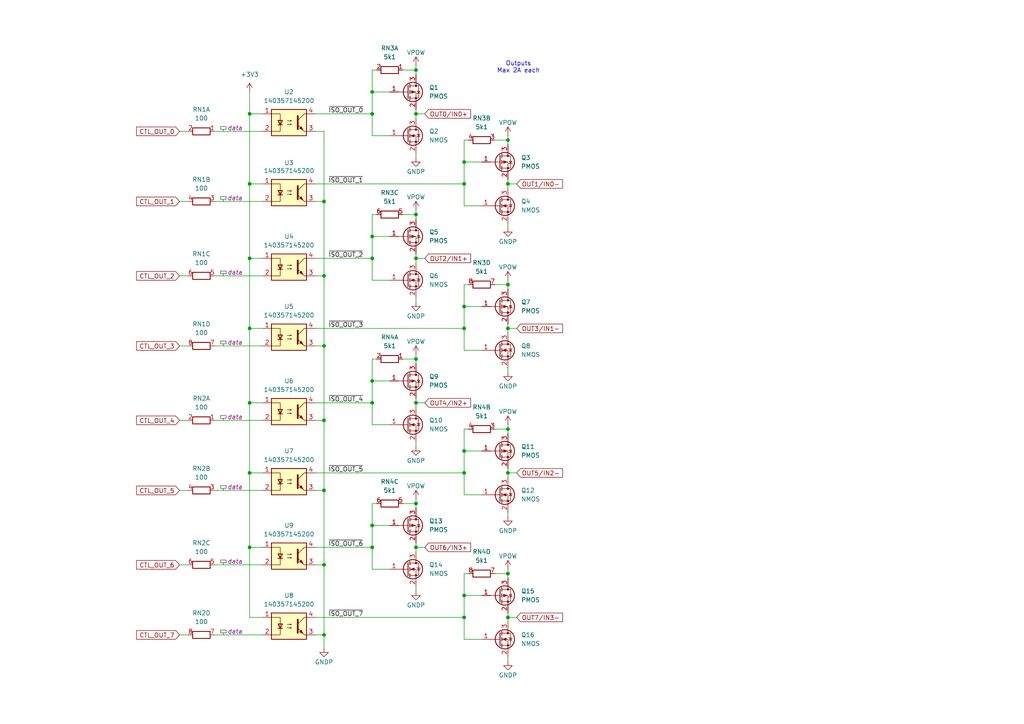
<source format=kicad_sch>
(kicad_sch (version 20231120) (generator "eeschema") (generator_version "8.0")
  (paper "A4")
  (lib_symbols
    (symbol "Device:Q_NMOS_GSD" (pin_names (offset 0) hide)
      (property "Reference" "Q" (at 5.08 1.27 0))
      (property "Value" "Q_NMOS_GSD" (at 5.08 -1.27 0))
      (symbol "Q_NMOS_GSD_0_1"
        (polyline (pts (xy 0.254 0) (xy -2.54 0)))
        (polyline (pts (xy 0.254 1.905) (xy 0.254 -1.905)) (stroke (width 0.254)))
        (polyline (pts (xy 0.762 -1.27) (xy 0.762 -2.286)) (stroke (width 0.254)))
        (polyline (pts (xy 0.762 0.508) (xy 0.762 -0.508)) (stroke (width 0.254)))
        (polyline (pts (xy 0.762 2.286) (xy 0.762 1.27)) (stroke (width 0.254)))
        (polyline (pts (xy 2.54 2.54) (xy 2.54 1.778)))
        (polyline (pts (xy 2.54 -2.54) (xy 2.54 0) (xy 0.762 0)))
        (polyline (pts (xy 0.762 -1.778) (xy 3.302 -1.778) (xy 3.302 1.778) (xy 0.762 1.778)))
        (polyline (pts (xy 1.016 0) (xy 2.032 0.381) (xy 2.032 -0.381) (xy 1.016 0)) (fill (type outline)))
        (polyline (pts (xy 2.794 0.508) (xy 2.921 0.381) (xy 3.683 0.381) (xy 3.81 0.254)))
        (polyline (pts (xy 3.302 0.381) (xy 2.921 -0.254) (xy 3.683 -0.254) (xy 3.302 0.381)))
        (circle (center 1.651 0) (radius 2.794) (stroke (width 0.254)))
        (circle (center 2.54 -1.778) (radius 0.254) (fill (type outline)))
        (circle (center 2.54 1.778) (radius 0.254) (fill (type outline)))
      )
      (symbol "Q_NMOS_GSD_1_1"
        (pin input line (at -5.08 0 0) (length 2.54) (name "G") (number "1"))
        (pin passive line (at 2.54 -5.08 90) (length 2.54) (name "S") (number "2"))
        (pin passive line (at 2.54 5.08 270) (length 2.54) (name "D") (number "3"))
      )
    )
    (symbol "Device:Q_PMOS_GSD" (pin_names (offset 0) hide)
      (property "Reference" "Q" (at 5.08 1.27 0))
      (property "Value" "Q_PMOS_GSD" (at 5.08 -1.27 0))
      (symbol "Q_PMOS_GSD_0_1"
        (polyline (pts (xy 0.254 0) (xy -2.54 0)))
        (polyline (pts (xy 0.254 1.905) (xy 0.254 -1.905)) (stroke (width 0.254)))
        (polyline (pts (xy 0.762 -1.27) (xy 0.762 -2.286)) (stroke (width 0.254)))
        (polyline (pts (xy 0.762 0.508) (xy 0.762 -0.508)) (stroke (width 0.254)))
        (polyline (pts (xy 0.762 2.286) (xy 0.762 1.27)) (stroke (width 0.254)))
        (polyline (pts (xy 2.54 2.54) (xy 2.54 1.778)))
        (polyline (pts (xy 2.54 -2.54) (xy 2.54 0) (xy 0.762 0)))
        (polyline (pts (xy 0.762 1.778) (xy 3.302 1.778) (xy 3.302 -1.778) (xy 0.762 -1.778)))
        (polyline (pts (xy 2.286 0) (xy 1.27 0.381) (xy 1.27 -0.381) (xy 2.286 0)) (fill (type outline)))
        (polyline (pts (xy 2.794 -0.508) (xy 2.921 -0.381) (xy 3.683 -0.381) (xy 3.81 -0.254)))
        (polyline (pts (xy 3.302 -0.381) (xy 2.921 0.254) (xy 3.683 0.254) (xy 3.302 -0.381)))
        (circle (center 1.651 0) (radius 2.794) (stroke (width 0.254)))
        (circle (center 2.54 -1.778) (radius 0.254) (fill (type outline)))
        (circle (center 2.54 1.778) (radius 0.254) (fill (type outline)))
      )
      (symbol "Q_PMOS_GSD_1_1"
        (pin input line (at -5.08 0 0) (length 2.54) (name "G") (number "1"))
        (pin passive line (at 2.54 -5.08 90) (length 2.54) (name "S") (number "2"))
        (pin passive line (at 2.54 5.08 270) (length 2.54) (name "D") (number "3"))
      )
    )
    (symbol "Device:R_Pack04_SIP_Split" (pin_names (offset 0) hide)
      (property "Reference" "RN" (at 2.032 0 90))
      (property "Value" "R_Pack04_SIP_Split" (at 0 0 90))
      (symbol "R_Pack04_SIP_Split_0_1"
        (rectangle (start 1.016 2.54) (end -1.016 -2.54) (stroke (width 0.254)))
      )
      (symbol "R_Pack04_SIP_Split_1_1"
        (pin passive line (at 0 -3.81 90) (length 1.27) (name "R1.1") (number "1"))
        (pin passive line (at 0 3.81 270) (length 1.27) (name "R1.2") (number "2"))
      )
      (symbol "R_Pack04_SIP_Split_2_1"
        (pin passive line (at 0 -3.81 90) (length 1.27) (name "R2.1") (number "3"))
        (pin passive line (at 0 3.81 270) (length 1.27) (name "R2.2") (number "4"))
      )
      (symbol "R_Pack04_SIP_Split_3_1"
        (pin passive line (at 0 -3.81 90) (length 1.27) (name "R3.1") (number "5"))
        (pin passive line (at 0 3.81 270) (length 1.27) (name "R3.2") (number "6"))
      )
      (symbol "R_Pack04_SIP_Split_4_1"
        (pin passive line (at 0 -3.81 90) (length 1.27) (name "R4.1") (number "7"))
        (pin passive line (at 0 3.81 270) (length 1.27) (name "R4.2") (number "8"))
      )
    )
    (symbol "Isolator:LTV-356T" (pin_names (offset 1.016))
      (property "Reference" "U" (at -5.334 4.826 0))
      (property "Value" "LTV-356T" (at 0 5.08 0))
      (symbol "LTV-356T_0_1"
        (rectangle (start -5.08 3.81) (end 5.08 -3.81) (stroke (width 0.254)) (fill (type background)))
        (polyline (pts (xy -3.175 -0.635) (xy -1.905 -0.635)) (stroke (width 0.254)))
        (polyline (pts (xy 2.54 0.635) (xy 4.445 2.54)))
        (polyline (pts (xy 4.445 -2.54) (xy 2.54 -0.635)) (fill (type outline)))
        (polyline (pts (xy 4.445 -2.54) (xy 5.08 -2.54)))
        (polyline (pts (xy 4.445 2.54) (xy 5.08 2.54)))
        (polyline (pts (xy -5.08 2.54) (xy -2.54 2.54) (xy -2.54 -0.762)))
        (polyline (pts (xy -2.54 -0.635) (xy -2.54 -2.54) (xy -5.08 -2.54)))
        (polyline (pts (xy 2.54 1.905) (xy 2.54 -1.905) (xy 2.54 -1.905)) (stroke (width 0.508)))
        (polyline (pts (xy -2.54 -0.635) (xy -3.175 0.635) (xy -1.905 0.635) (xy -2.54 -0.635)) (stroke (width 0.254)))
        (polyline (pts (xy -0.508 -0.508) (xy 0.762 -0.508) (xy 0.381 -0.635) (xy 0.381 -0.381) (xy 0.762 -0.508)))
        (polyline (pts (xy -0.508 0.508) (xy 0.762 0.508) (xy 0.381 0.381) (xy 0.381 0.635) (xy 0.762 0.508)))
        (polyline (pts (xy 3.048 -1.651) (xy 3.556 -1.143) (xy 4.064 -2.159) (xy 3.048 -1.651) (xy 3.048 -1.651)) (fill (type outline)))
      )
      (symbol "LTV-356T_1_1"
        (pin passive line (at -7.62 2.54 0) (length 2.54) (name "~") (number "1"))
        (pin passive line (at -7.62 -2.54 0) (length 2.54) (name "~") (number "2"))
        (pin passive line (at 7.62 -2.54 180) (length 2.54) (name "~") (number "3"))
        (pin passive line (at 7.62 2.54 180) (length 2.54) (name "~") (number "4"))
      )
    )
    (symbol "power:+3V3" (power) (pin_names (offset 0))
      (property "Value" "+3V3" (at 0 3.556 0))
      (symbol "+3V3_0_1"
        (polyline (pts (xy -0.762 1.27) (xy 0 2.54)))
        (polyline (pts (xy 0 0) (xy 0 2.54)))
        (polyline (pts (xy 0 2.54) (xy 0.762 1.27)))
      )
      (symbol "+3V3_1_1"
        (pin power_in line (at 0 0 90) (length 0) hide (name "+3V3") (number "1"))
      )
    )
    (symbol "power:GND" (power) (pin_names (offset 0))
      (property "Value" "GND" (at 0 -3.81 0))
      (symbol "GND_0_1"
        (polyline (pts (xy 0 0) (xy 0 -1.27) (xy 1.27 -1.27) (xy 0 -2.54) (xy -1.27 -1.27) (xy 0 -1.27)))
      )
      (symbol "GND_1_1"
        (pin power_in line (at 0 0 270) (length 0) hide (name "GND") (number "1"))
      )
    )
    (symbol "power:VBUS" (power) (pin_names (offset 0))
      (property "Value" "VBUS" (at 0 3.81 0))
      (symbol "VBUS_0_1"
        (polyline (pts (xy -0.762 1.27) (xy 0 2.54)))
        (polyline (pts (xy 0 0) (xy 0 2.54)))
        (polyline (pts (xy 0 2.54) (xy 0.762 1.27)))
      )
      (symbol "VBUS_1_1"
        (pin power_in line (at 0 0 90) (length 0) hide (name "VBUS") (number "1"))
      )
    )
  )
  (junction (at 72.39 95.25))
  (junction (at 134.62 130.81))
  (junction (at 93.98 100.33))
  (junction (at 134.62 88.9))
  (junction (at 72.39 116.84))
  (junction (at 107.95 110.49))
  (junction (at 120.65 158.75))
  (junction (at 134.62 95.25))
  (junction (at 93.98 80.01))
  (junction (at 107.95 158.75))
  (junction (at 147.32 53.34))
  (junction (at 134.62 172.72))
  (junction (at 107.95 74.93))
  (junction (at 120.65 116.84))
  (junction (at 72.39 53.34))
  (junction (at 120.65 62.23))
  (junction (at 120.65 20.32))
  (junction (at 120.65 33.02))
  (junction (at 120.65 74.93))
  (junction (at 147.32 95.25))
  (junction (at 107.95 33.02))
  (junction (at 134.62 53.34))
  (junction (at 107.95 26.67))
  (junction (at 147.32 137.16))
  (junction (at 72.39 74.93))
  (junction (at 120.65 104.14))
  (junction (at 147.32 124.46))
  (junction (at 93.98 184.15))
  (junction (at 120.65 146.05))
  (junction (at 72.39 33.02))
  (junction (at 134.62 46.99))
  (junction (at 147.32 179.07))
  (junction (at 147.32 40.64))
  (junction (at 107.95 68.58))
  (junction (at 72.39 137.16))
  (junction (at 134.62 137.16))
  (junction (at 93.98 121.92))
  (junction (at 72.39 158.75))
  (junction (at 93.98 163.83))
  (junction (at 147.32 166.37))
  (junction (at 107.95 116.84))
  (junction (at 93.98 58.42))
  (junction (at 93.98 142.24))
  (junction (at 147.32 82.55))
  (junction (at 107.95 152.4))
  (junction (at 134.62 179.07))
  (wire (pts (xy 107.95 146.05) (xy 107.95 152.4)))
  (wire (pts (xy 76.2 95.25) (xy 72.39 95.25)))
  (wire (pts (xy 143.51 82.55) (xy 147.32 82.55)))
  (wire (pts (xy 134.62 130.81) (xy 134.62 137.16)))
  (wire (pts (xy 107.95 152.4) (xy 107.95 158.75)))
  (wire (pts (xy 52.07 142.24) (xy 54.61 142.24)))
  (wire (pts (xy 91.44 38.1) (xy 93.98 38.1)))
  (wire (pts (xy 134.62 143.51) (xy 139.7 143.51)))
  (wire (pts (xy 147.32 40.64) (xy 147.32 41.91)))
  (wire (pts (xy 120.65 128.27) (xy 120.65 129.54)))
  (wire (pts (xy 76.2 137.16) (xy 72.39 137.16)))
  (wire (pts (xy 52.07 38.1) (xy 54.61 38.1)))
  (wire (pts (xy 120.65 86.36) (xy 120.65 87.63)))
  (wire (pts (xy 72.39 74.93) (xy 72.39 95.25)))
  (wire (pts (xy 107.95 62.23) (xy 107.95 68.58)))
  (wire (pts (xy 91.44 137.16) (xy 134.62 137.16)))
  (wire (pts (xy 134.62 137.16) (xy 134.62 143.51)))
  (wire (pts (xy 120.65 33.02) (xy 120.65 34.29)))
  (wire (pts (xy 93.98 58.42) (xy 93.98 80.01)))
  (wire (pts (xy 120.65 146.05) (xy 120.65 147.32)))
  (wire (pts (xy 72.39 33.02) (xy 72.39 53.34)))
  (wire (pts (xy 134.62 40.64) (xy 134.62 46.99)))
  (wire (pts (xy 120.65 157.48) (xy 120.65 158.75)))
  (wire (pts (xy 107.95 110.49) (xy 113.03 110.49)))
  (wire (pts (xy 147.32 93.98) (xy 147.32 95.25)))
  (wire (pts (xy 107.95 146.05) (xy 109.22 146.05)))
  (wire (pts (xy 107.95 39.37) (xy 113.03 39.37)))
  (wire (pts (xy 91.44 74.93) (xy 107.95 74.93)))
  (wire (pts (xy 120.65 44.45) (xy 120.65 45.72)))
  (wire (pts (xy 123.19 158.75) (xy 120.65 158.75)))
  (wire (pts (xy 107.95 20.32) (xy 109.22 20.32)))
  (wire (pts (xy 134.62 53.34) (xy 134.62 59.69)))
  (wire (pts (xy 116.84 146.05) (xy 120.65 146.05)))
  (wire (pts (xy 93.98 80.01) (xy 91.44 80.01)))
  (wire (pts (xy 147.32 190.5) (xy 147.32 191.77)))
  (wire (pts (xy 134.62 59.69) (xy 139.7 59.69)))
  (wire (pts (xy 72.39 116.84) (xy 72.39 137.16)))
  (wire (pts (xy 76.2 100.33) (xy 62.23 100.33)))
  (wire (pts (xy 93.98 163.83) (xy 93.98 184.15)))
  (wire (pts (xy 72.39 137.16) (xy 72.39 158.75)))
  (wire (pts (xy 147.32 177.8) (xy 147.32 179.07)))
  (wire (pts (xy 107.95 33.02) (xy 107.95 39.37)))
  (wire (pts (xy 93.98 142.24) (xy 93.98 163.83)))
  (wire (pts (xy 72.39 95.25) (xy 72.39 116.84)))
  (wire (pts (xy 147.32 52.07) (xy 147.32 53.34)))
  (wire (pts (xy 147.32 53.34) (xy 147.32 54.61)))
  (wire (pts (xy 91.44 179.07) (xy 134.62 179.07)))
  (wire (pts (xy 52.07 58.42) (xy 54.61 58.42)))
  (wire (pts (xy 107.95 165.1) (xy 113.03 165.1)))
  (wire (pts (xy 134.62 130.81) (xy 139.7 130.81)))
  (wire (pts (xy 134.62 179.07) (xy 134.62 185.42)))
  (wire (pts (xy 120.65 158.75) (xy 120.65 160.02)))
  (wire (pts (xy 107.95 158.75) (xy 107.95 165.1)))
  (wire (pts (xy 107.95 110.49) (xy 107.95 116.84)))
  (wire (pts (xy 120.65 19.05) (xy 120.65 20.32)))
  (wire (pts (xy 76.2 116.84) (xy 72.39 116.84)))
  (wire (pts (xy 123.19 116.84) (xy 120.65 116.84)))
  (wire (pts (xy 134.62 172.72) (xy 134.62 179.07)))
  (wire (pts (xy 120.65 144.78) (xy 120.65 146.05)))
  (wire (pts (xy 107.95 104.14) (xy 107.95 110.49)))
  (wire (pts (xy 134.62 172.72) (xy 139.7 172.72)))
  (wire (pts (xy 52.07 80.01) (xy 54.61 80.01)))
  (wire (pts (xy 147.32 166.37) (xy 147.32 167.64)))
  (wire (pts (xy 93.98 100.33) (xy 91.44 100.33)))
  (wire (pts (xy 134.62 101.6) (xy 139.7 101.6)))
  (wire (pts (xy 107.95 81.28) (xy 113.03 81.28)))
  (wire (pts (xy 76.2 33.02) (xy 72.39 33.02)))
  (wire (pts (xy 91.44 158.75) (xy 107.95 158.75)))
  (wire (pts (xy 93.98 121.92) (xy 93.98 142.24)))
  (wire (pts (xy 147.32 135.89) (xy 147.32 137.16)))
  (wire (pts (xy 134.62 124.46) (xy 135.89 124.46)))
  (wire (pts (xy 93.98 80.01) (xy 93.98 100.33)))
  (wire (pts (xy 147.32 64.77) (xy 147.32 66.04)))
  (wire (pts (xy 76.2 184.15) (xy 62.23 184.15)))
  (wire (pts (xy 149.86 137.16) (xy 147.32 137.16)))
  (wire (pts (xy 134.62 166.37) (xy 134.62 172.72)))
  (wire (pts (xy 134.62 166.37) (xy 135.89 166.37)))
  (wire (pts (xy 76.2 179.07) (xy 72.39 179.07)))
  (wire (pts (xy 120.65 62.23) (xy 120.65 63.5)))
  (wire (pts (xy 72.39 26.67) (xy 72.39 33.02)))
  (wire (pts (xy 134.62 40.64) (xy 135.89 40.64)))
  (wire (pts (xy 147.32 148.59) (xy 147.32 149.86)))
  (wire (pts (xy 120.65 31.75) (xy 120.65 33.02)))
  (wire (pts (xy 120.65 115.57) (xy 120.65 116.84)))
  (wire (pts (xy 91.44 33.02) (xy 107.95 33.02)))
  (wire (pts (xy 143.51 166.37) (xy 147.32 166.37)))
  (wire (pts (xy 120.65 73.66) (xy 120.65 74.93)))
  (wire (pts (xy 147.32 179.07) (xy 147.32 180.34)))
  (wire (pts (xy 147.32 124.46) (xy 147.32 125.73)))
  (wire (pts (xy 147.32 81.28) (xy 147.32 82.55)))
  (wire (pts (xy 93.98 184.15) (xy 91.44 184.15)))
  (wire (pts (xy 91.44 95.25) (xy 134.62 95.25)))
  (wire (pts (xy 147.32 95.25) (xy 147.32 96.52)))
  (wire (pts (xy 107.95 26.67) (xy 113.03 26.67)))
  (wire (pts (xy 134.62 88.9) (xy 134.62 95.25)))
  (wire (pts (xy 120.65 74.93) (xy 120.65 76.2)))
  (wire (pts (xy 76.2 142.24) (xy 62.23 142.24)))
  (wire (pts (xy 107.95 68.58) (xy 113.03 68.58)))
  (wire (pts (xy 120.65 170.18) (xy 120.65 171.45)))
  (wire (pts (xy 93.98 184.15) (xy 93.98 187.96)))
  (wire (pts (xy 147.32 106.68) (xy 147.32 107.95)))
  (wire (pts (xy 116.84 62.23) (xy 120.65 62.23)))
  (wire (pts (xy 107.95 26.67) (xy 107.95 33.02)))
  (wire (pts (xy 76.2 53.34) (xy 72.39 53.34)))
  (wire (pts (xy 107.95 116.84) (xy 107.95 123.19)))
  (wire (pts (xy 123.19 74.93) (xy 120.65 74.93)))
  (wire (pts (xy 72.39 158.75) (xy 72.39 179.07)))
  (wire (pts (xy 134.62 88.9) (xy 139.7 88.9)))
  (wire (pts (xy 76.2 80.01) (xy 62.23 80.01)))
  (wire (pts (xy 123.19 33.02) (xy 120.65 33.02)))
  (wire (pts (xy 143.51 124.46) (xy 147.32 124.46)))
  (wire (pts (xy 52.07 121.92) (xy 54.61 121.92)))
  (wire (pts (xy 76.2 74.93) (xy 72.39 74.93)))
  (wire (pts (xy 93.98 38.1) (xy 93.98 58.42)))
  (wire (pts (xy 107.95 123.19) (xy 113.03 123.19)))
  (wire (pts (xy 76.2 158.75) (xy 72.39 158.75)))
  (wire (pts (xy 72.39 53.34) (xy 72.39 74.93)))
  (wire (pts (xy 107.95 68.58) (xy 107.95 74.93)))
  (wire (pts (xy 93.98 100.33) (xy 93.98 121.92)))
  (wire (pts (xy 52.07 184.15) (xy 54.61 184.15)))
  (wire (pts (xy 116.84 104.14) (xy 120.65 104.14)))
  (wire (pts (xy 107.95 62.23) (xy 109.22 62.23)))
  (wire (pts (xy 147.32 82.55) (xy 147.32 83.82)))
  (wire (pts (xy 52.07 163.83) (xy 54.61 163.83)))
  (wire (pts (xy 149.86 95.25) (xy 147.32 95.25)))
  (wire (pts (xy 107.95 152.4) (xy 113.03 152.4)))
  (wire (pts (xy 120.65 102.87) (xy 120.65 104.14)))
  (wire (pts (xy 76.2 121.92) (xy 62.23 121.92)))
  (wire (pts (xy 149.86 53.34) (xy 147.32 53.34)))
  (wire (pts (xy 134.62 82.55) (xy 134.62 88.9)))
  (wire (pts (xy 91.44 53.34) (xy 134.62 53.34)))
  (wire (pts (xy 134.62 185.42) (xy 139.7 185.42)))
  (wire (pts (xy 93.98 163.83) (xy 91.44 163.83)))
  (wire (pts (xy 107.95 20.32) (xy 107.95 26.67)))
  (wire (pts (xy 149.86 179.07) (xy 147.32 179.07)))
  (wire (pts (xy 120.65 116.84) (xy 120.65 118.11)))
  (wire (pts (xy 147.32 39.37) (xy 147.32 40.64)))
  (wire (pts (xy 147.32 165.1) (xy 147.32 166.37)))
  (wire (pts (xy 76.2 163.83) (xy 62.23 163.83)))
  (wire (pts (xy 120.65 60.96) (xy 120.65 62.23)))
  (wire (pts (xy 134.62 46.99) (xy 134.62 53.34)))
  (wire (pts (xy 91.44 116.84) (xy 107.95 116.84)))
  (wire (pts (xy 134.62 82.55) (xy 135.89 82.55)))
  (wire (pts (xy 134.62 124.46) (xy 134.62 130.81)))
  (wire (pts (xy 143.51 40.64) (xy 147.32 40.64)))
  (wire (pts (xy 76.2 38.1) (xy 62.23 38.1)))
  (wire (pts (xy 120.65 20.32) (xy 120.65 21.59)))
  (wire (pts (xy 76.2 58.42) (xy 62.23 58.42)))
  (wire (pts (xy 134.62 46.99) (xy 139.7 46.99)))
  (wire (pts (xy 147.32 137.16) (xy 147.32 138.43)))
  (wire (pts (xy 93.98 142.24) (xy 91.44 142.24)))
  (wire (pts (xy 52.07 100.33) (xy 54.61 100.33)))
  (wire (pts (xy 93.98 58.42) (xy 91.44 58.42)))
  (wire (pts (xy 134.62 95.25) (xy 134.62 101.6)))
  (wire (pts (xy 107.95 74.93) (xy 107.95 81.28)))
  (wire (pts (xy 107.95 104.14) (xy 109.22 104.14)))
  (wire (pts (xy 120.65 104.14) (xy 120.65 105.41)))
  (wire (pts (xy 93.98 121.92) (xy 91.44 121.92)))
  (wire (pts (xy 116.84 20.32) (xy 120.65 20.32)))
  (wire (pts (xy 147.32 123.19) (xy 147.32 124.46)))
  (text "Outputs\nMax 2A each" (at 150.368 19.558 0) (effects (font (size 1.27 1.27))))
  (label "~{ISO_OUT_5}" (at 95.25 137.16 0))
  (label "~{ISO_OUT_1}" (at 95.25 53.34 0))
  (label "~{ISO_OUT_7}" (at 95.25 179.07 0))
  (label "~{ISO_OUT_2}" (at 95.25 74.93 0))
  (label "~{ISO_OUT_6}" (at 95.25 158.75 0))
  (label "~{ISO_OUT_0}" (at 95.25 33.02 0))
  (label "~{ISO_OUT_4}" (at 95.25 116.84 0))
  (label "~{ISO_OUT_3}" (at 95.25 95.25 0))
  (global_label "CTL_OUT_4" (shape input) (at 52.07 121.92 180) (property "Intersheetrefs" "${INTERSHEET_REFS}" (effects (hide yes))))
  (global_label "CTL_OUT_0" (shape input) (at 52.07 38.1 180) (property "Intersheetrefs" "${INTERSHEET_REFS}" (effects (hide yes))))
  (global_label "OUT5{slash}IN2-" (shape input) (at 149.86 137.16 0) (property "Intersheetrefs" "${INTERSHEET_REFS}" (effects (hide yes))))
  (global_label "CTL_OUT_6" (shape input) (at 52.07 163.83 180) (property "Intersheetrefs" "${INTERSHEET_REFS}" (effects (hide yes))))
  (global_label "OUT0{slash}IN0+" (shape input) (at 123.19 33.02 0) (property "Intersheetrefs" "${INTERSHEET_REFS}" (effects (hide yes))))
  (global_label "CTL_OUT_1" (shape input) (at 52.07 58.42 180) (property "Intersheetrefs" "${INTERSHEET_REFS}" (effects (hide yes))))
  (global_label "CTL_OUT_2" (shape input) (at 52.07 80.01 180) (property "Intersheetrefs" "${INTERSHEET_REFS}" (effects (hide yes))))
  (global_label "CTL_OUT_7" (shape input) (at 52.07 184.15 180) (property "Intersheetrefs" "${INTERSHEET_REFS}" (effects (hide yes))))
  (global_label "OUT2{slash}IN1+" (shape input) (at 123.19 74.93 0) (property "Intersheetrefs" "${INTERSHEET_REFS}" (effects (hide yes))))
  (global_label "OUT6{slash}IN3+" (shape input) (at 123.19 158.75 0) (property "Intersheetrefs" "${INTERSHEET_REFS}" (effects (hide yes))))
  (global_label "OUT1{slash}IN0-" (shape input) (at 149.86 53.34 0) (property "Intersheetrefs" "${INTERSHEET_REFS}" (effects (hide yes))))
  (global_label "CTL_OUT_3" (shape input) (at 52.07 100.33 180) (property "Intersheetrefs" "${INTERSHEET_REFS}" (effects (hide yes))))
  (global_label "OUT3{slash}IN1-" (shape input) (at 149.86 95.25 0) (property "Intersheetrefs" "${INTERSHEET_REFS}" (effects (hide yes))))
  (global_label "CTL_OUT_5" (shape input) (at 52.07 142.24 180) (property "Intersheetrefs" "${INTERSHEET_REFS}" (effects (hide yes))))
  (global_label "OUT7{slash}IN3-" (shape input) (at 149.86 179.07 0) (property "Intersheetrefs" "${INTERSHEET_REFS}" (effects (hide yes))))
  (global_label "OUT4{slash}IN2+" (shape input) (at 123.19 116.84 0) (property "Intersheetrefs" "${INTERSHEET_REFS}" (effects (hide yes))))
  (netclass_flag "" (length 1) (shape rectangle) (at 64.77 121.92 0) (property "Netclass" "data" (at 65.9765 120.92 0) (effects (font (italic yes)) (justify left))))
  (netclass_flag "" (length 1) (shape rectangle) (at 64.77 100.33 0) (property "Netclass" "data" (at 65.9765 99.33 0) (effects (font (italic yes)) (justify left))))
  (netclass_flag "" (length 1) (shape rectangle) (at 64.77 142.24 0) (property "Netclass" "data" (at 65.9765 141.24 0) (effects (font (italic yes)) (justify left))))
  (netclass_flag "" (length 1) (shape rectangle) (at 64.77 58.42 0) (property "Netclass" "data" (at 65.9765 57.42 0) (effects (font (italic yes)) (justify left))))
  (netclass_flag "" (length 1) (shape rectangle) (at 64.77 163.83 0) (property "Netclass" "data" (at 65.9765 162.83 0) (effects (font (italic yes)) (justify left))))
  (netclass_flag "" (length 1) (shape rectangle) (at 64.77 80.01 0) (property "Netclass" "data" (at 65.9765 79.01 0) (effects (font (italic yes)) (justify left))))
  (netclass_flag "" (length 1) (shape rectangle) (at 64.77 38.1 0) (property "Netclass" "data" (at 65.9765 37.1 0) (effects (font (italic yes)) (justify left))))
  (netclass_flag "" (length 1) (shape rectangle) (at 64.77 184.15 0) (property "Netclass" "data" (at 65.9765 183.15 0) (effects (font (italic yes)) (justify left))))
  (symbol (lib_id "Device:R_Pack04_SIP_Split") (at 58.42 142.24 90) (unit 2)
    (property "Reference" "RN2" (at 58.42 135.89 90))
    (property "Value" "100" (at 58.42 138.43 90))
    (property "Footprint" "Resistor_SMD:R_Array_Convex_4x0603" (effects (hide yes)))
    (property "Datasheet" "http://www.vishay.com/docs/31509/csc.pdf" (effects (hide yes)))
    (property "Description" "4 resistor network, parallel topology, SIP package, split" (effects (hide yes)))
    (property "DPN" "CAY16-101J4LF" (effects (hide yes)))
    (property "MPN" "CAY16-101J4LFCT-ND" (effects (hide yes)))
  )
  (symbol (lib_id "power:VBUS") (at 120.65 102.87 0) (mirror y) (unit 1)
    (property "Reference" "#PWR018" (effects (hide yes)))
    (property "Value" "VPOW" (at 120.65 99.06 0))
    (property "Description" "Power symbol creates a global label with name \"VBUS\"" (effects (hide yes)))
  )
  (symbol (lib_id "Isolator:LTV-356T") (at 83.82 119.38 0) (unit 1)
    (property "Reference" "U6" (at 83.82 110.49 0))
    (property "Value" "140357145200" (at 83.82 113.03 0))
    (property "Footprint" "Package_SO:SO-4_4.4x3.6mm_P2.54mm" (effects (hide yes)))
    (property "Datasheet" "https://www.we-online.com/components/products/datasheet/140357145200.pdf" (effects (hide yes)))
    (property "DPN" "732-140357145200CT-ND" (effects (hide yes)))
    (property "MPN" "140357145200" (effects (hide yes)))
  )
  (symbol (lib_id "power:+3V3") (at 72.39 26.67 0) (unit 1)
    (property "Reference" "#PWR04" (effects (hide yes)))
    (property "Value" "+3V3" (at 72.39 21.59 0))
    (property "Description" "Power symbol creates a global label with name \"+3V3\"" (effects (hide yes)))
  )
  (symbol (lib_id "Device:R_Pack04_SIP_Split") (at 58.42 163.83 90) (unit 3)
    (property "Reference" "RN2" (at 58.42 157.48 90))
    (property "Value" "100" (at 58.42 160.02 90))
    (property "Footprint" "Resistor_SMD:R_Array_Convex_4x0603" (effects (hide yes)))
    (property "Datasheet" "http://www.vishay.com/docs/31509/csc.pdf" (effects (hide yes)))
    (property "Description" "4 resistor network, parallel topology, SIP package, split" (effects (hide yes)))
    (property "DPN" "CAY16-101J4LF" (effects (hide yes)))
    (property "MPN" "CAY16-101J4LFCT-ND" (effects (hide yes)))
  )
  (symbol (lib_id "power:VBUS") (at 147.32 39.37 0) (mirror y) (unit 1)
    (property "Reference" "#PWR09" (effects (hide yes)))
    (property "Value" "VPOW" (at 147.32 35.56 0))
    (property "Description" "Power symbol creates a global label with name \"VBUS\"" (effects (hide yes)))
  )
  (symbol (lib_id "Device:R_Pack04_SIP_Split") (at 113.03 62.23 90) (unit 3)
    (property "Reference" "RN3" (at 113.03 55.88 90))
    (property "Value" "5k1" (at 113.03 58.42 90))
    (property "Footprint" "Resistor_SMD:R_Array_Convex_4x0603" (effects (hide yes)))
    (property "Datasheet" "http://www.vishay.com/docs/31509/csc.pdf" (effects (hide yes)))
    (property "Description" "4 resistor network, parallel topology, SIP package, split" (effects (hide yes)))
    (property "DPN" "CAY16-512J4LFCT-ND" (effects (hide yes)))
    (property "MPN" "CAY16-512J4LF" (effects (hide yes)))
  )
  (symbol (lib_id "Device:R_Pack04_SIP_Split") (at 113.03 20.32 90) (unit 1)
    (property "Reference" "RN3" (at 113.03 13.97 90))
    (property "Value" "5k1" (at 113.03 16.51 90))
    (property "Footprint" "Resistor_SMD:R_Array_Convex_4x0603" (effects (hide yes)))
    (property "Datasheet" "http://www.vishay.com/docs/31509/csc.pdf" (effects (hide yes)))
    (property "Description" "4 resistor network, parallel topology, SIP package, split" (effects (hide yes)))
    (property "DPN" "CAY16-512J4LFCT-ND" (effects (hide yes)))
    (property "MPN" "CAY16-512J4LF" (effects (hide yes)))
  )
  (symbol (lib_id "Device:R_Pack04_SIP_Split") (at 139.7 124.46 90) (unit 2)
    (property "Reference" "RN4" (at 139.7 118.11 90))
    (property "Value" "5k1" (at 139.7 120.65 90))
    (property "Footprint" "Resistor_SMD:R_Array_Convex_4x0603" (effects (hide yes)))
    (property "Datasheet" "http://www.vishay.com/docs/31509/csc.pdf" (effects (hide yes)))
    (property "Description" "4 resistor network, parallel topology, SIP package, split" (effects (hide yes)))
    (property "DPN" "CAY16-512J4LFCT-ND" (effects (hide yes)))
    (property "MPN" "CAY16-512J4LF" (effects (hide yes)))
  )
  (symbol (lib_id "Device:R_Pack04_SIP_Split") (at 113.03 104.14 90) (unit 1)
    (property "Reference" "RN4" (at 113.03 97.79 90))
    (property "Value" "5k1" (at 113.03 100.33 90))
    (property "Footprint" "Resistor_SMD:R_Array_Convex_4x0603" (effects (hide yes)))
    (property "Datasheet" "http://www.vishay.com/docs/31509/csc.pdf" (effects (hide yes)))
    (property "Description" "4 resistor network, parallel topology, SIP package, split" (effects (hide yes)))
    (property "DPN" "CAY16-512J4LFCT-ND" (effects (hide yes)))
    (property "MPN" "CAY16-512J4LF" (effects (hide yes)))
  )
  (symbol (lib_id "Device:Q_NMOS_GSD") (at 144.78 185.42 0) (unit 1)
    (property "Reference" "Q16" (at 151.13 184.1499 0) (effects (justify left)))
    (property "Value" "NMOS" (at 151.13 186.6899 0) (effects (justify left)))
    (property "Footprint" "Package_TO_SOT_SMD:SOT-23" (effects (hide yes)))
    (property "Datasheet" "https://mm.digikey.com/Volume0/opasdata/d220001/medias/docus/2699/AS2324.pdf" (effects (hide yes)))
    (property "Description" "N-MOSFET transistor, gate/source/drain" (effects (hide yes)))
    (property "DPN" "4530-AS2324CT-ND" (effects (hide yes)))
    (property "MPN" "AS2324" (effects (hide yes)))
  )
  (symbol (lib_id "power:VBUS") (at 147.32 81.28 0) (mirror y) (unit 1)
    (property "Reference" "#PWR014" (effects (hide yes)))
    (property "Value" "VPOW" (at 147.32 77.47 0))
    (property "Description" "Power symbol creates a global label with name \"VBUS\"" (effects (hide yes)))
  )
  (symbol (lib_id "Device:Q_NMOS_GSD") (at 144.78 143.51 0) (unit 1)
    (property "Reference" "Q12" (at 151.13 142.2399 0) (effects (justify left)))
    (property "Value" "NMOS" (at 151.13 144.7799 0) (effects (justify left)))
    (property "Footprint" "Package_TO_SOT_SMD:SOT-23" (effects (hide yes)))
    (property "Datasheet" "https://mm.digikey.com/Volume0/opasdata/d220001/medias/docus/2699/AS2324.pdf" (effects (hide yes)))
    (property "Description" "N-MOSFET transistor, gate/source/drain" (effects (hide yes)))
    (property "DPN" "4530-AS2324CT-ND" (effects (hide yes)))
    (property "MPN" "AS2324" (effects (hide yes)))
  )
  (symbol (lib_id "Device:R_Pack04_SIP_Split") (at 139.7 40.64 90) (unit 2)
    (property "Reference" "RN3" (at 139.7 34.29 90))
    (property "Value" "5k1" (at 139.7 36.83 90))
    (property "Footprint" "Resistor_SMD:R_Array_Convex_4x0603" (effects (hide yes)))
    (property "Datasheet" "http://www.vishay.com/docs/31509/csc.pdf" (effects (hide yes)))
    (property "Description" "4 resistor network, parallel topology, SIP package, split" (effects (hide yes)))
    (property "DPN" "CAY16-512J4LFCT-ND" (effects (hide yes)))
    (property "MPN" "CAY16-512J4LF" (effects (hide yes)))
  )
  (symbol (lib_id "Device:Q_PMOS_GSD") (at 144.78 172.72 0) (unit 1)
    (property "Reference" "Q15" (at 151.13 171.4499 0) (effects (justify left)))
    (property "Value" "PMOS" (at 151.13 173.9899 0) (effects (justify left)))
    (property "Footprint" "Package_TO_SOT_SMD:SOT-23" (effects (hide yes)))
    (property "Datasheet" "https://goodarksemi.com/docs/datasheets/mosfets/SSF6911S.pdf" (effects (hide yes)))
    (property "Description" "P-MOSFET transistor, gate/source/drain" (effects (hide yes)))
    (property "DPN" "4786-SSF6911SCT-ND" (effects (hide yes)))
    (property "MPN" "SSF6911S" (effects (hide yes)))
  )
  (symbol (lib_id "Device:Q_NMOS_GSD") (at 144.78 59.69 0) (unit 1)
    (property "Reference" "Q4" (at 151.13 58.4199 0) (effects (justify left)))
    (property "Value" "NMOS" (at 151.13 60.9599 0) (effects (justify left)))
    (property "Footprint" "Package_TO_SOT_SMD:SOT-23" (effects (hide yes)))
    (property "Datasheet" "https://mm.digikey.com/Volume0/opasdata/d220001/medias/docus/2699/AS2324.pdf" (effects (hide yes)))
    (property "Description" "N-MOSFET transistor, gate/source/drain" (effects (hide yes)))
    (property "DPN" "4530-AS2324CT-ND" (effects (hide yes)))
    (property "MPN" "AS2324" (effects (hide yes)))
  )
  (symbol (lib_id "Isolator:LTV-356T") (at 83.82 55.88 0) (unit 1)
    (property "Reference" "U3" (at 83.82 47.244 0))
    (property "Value" "140357145200" (at 83.82 49.53 0))
    (property "Footprint" "Package_SO:SO-4_4.4x3.6mm_P2.54mm" (effects (hide yes)))
    (property "Datasheet" "https://www.we-online.com/components/products/datasheet/140357145200.pdf" (effects (hide yes)))
    (property "DPN" "732-140357145200CT-ND" (effects (hide yes)))
    (property "MPN" "140357145200" (effects (hide yes)))
  )
  (symbol (lib_id "Device:R_Pack04_SIP_Split") (at 139.7 82.55 90) (unit 4)
    (property "Reference" "RN3" (at 139.7 76.2 90))
    (property "Value" "5k1" (at 139.7 78.74 90))
    (property "Footprint" "Resistor_SMD:R_Array_Convex_4x0603" (effects (hide yes)))
    (property "Datasheet" "http://www.vishay.com/docs/31509/csc.pdf" (effects (hide yes)))
    (property "Description" "4 resistor network, parallel topology, SIP package, split" (effects (hide yes)))
    (property "DPN" "CAY16-512J4LFCT-ND" (effects (hide yes)))
    (property "MPN" "CAY16-512J4LF" (effects (hide yes)))
  )
  (symbol (lib_id "Device:Q_PMOS_GSD") (at 118.11 68.58 0) (unit 1)
    (property "Reference" "Q5" (at 124.46 67.3099 0) (effects (justify left)))
    (property "Value" "PMOS" (at 124.46 69.8499 0) (effects (justify left)))
    (property "Footprint" "Package_TO_SOT_SMD:SOT-23" (effects (hide yes)))
    (property "Datasheet" "https://goodarksemi.com/docs/datasheets/mosfets/SSF6911S.pdf" (effects (hide yes)))
    (property "Description" "P-MOSFET transistor, gate/source/drain" (effects (hide yes)))
    (property "DPN" "4786-SSF6911SCT-ND" (effects (hide yes)))
    (property "MPN" "SSF6911S" (effects (hide yes)))
  )
  (symbol (lib_id "power:VBUS") (at 120.65 144.78 0) (mirror y) (unit 1)
    (property "Reference" "#PWR021" (effects (hide yes)))
    (property "Value" "VPOW" (at 120.65 140.97 0))
    (property "Description" "Power symbol creates a global label with name \"VBUS\"" (effects (hide yes)))
  )
  (symbol (lib_id "power:GND") (at 147.32 149.86 0) (mirror y) (unit 1)
    (property "Reference" "#PWR022" (effects (hide yes)))
    (property "Value" "GNDP" (at 147.32 153.924 0))
    (property "Description" "Power symbol creates a global label with name \"GND\" , ground" (effects (hide yes)))
  )
  (symbol (lib_id "power:GND") (at 120.65 87.63 0) (mirror y) (unit 1)
    (property "Reference" "#PWR015" (effects (hide yes)))
    (property "Value" "GNDP" (at 120.65 91.694 0))
    (property "Description" "Power symbol creates a global label with name \"GND\" , ground" (effects (hide yes)))
  )
  (symbol (lib_id "Isolator:LTV-356T") (at 83.82 35.56 0) (unit 1)
    (property "Reference" "U2" (at 83.82 26.67 0))
    (property "Value" "140357145200" (at 83.82 29.21 0))
    (property "Footprint" "Package_SO:SO-4_4.4x3.6mm_P2.54mm" (effects (hide yes)))
    (property "Datasheet" "https://www.we-online.com/components/products/datasheet/140357145200.pdf" (effects (hide yes)))
    (property "DPN" "732-140357145200CT-ND" (effects (hide yes)))
    (property "MPN" "140357145200" (effects (hide yes)))
  )
  (symbol (lib_id "power:GND") (at 147.32 191.77 0) (mirror y) (unit 1)
    (property "Reference" "#PWR025" (effects (hide yes)))
    (property "Value" "GNDP" (at 147.32 195.834 0))
    (property "Description" "Power symbol creates a global label with name \"GND\" , ground" (effects (hide yes)))
  )
  (symbol (lib_id "Device:R_Pack04_SIP_Split") (at 58.42 184.15 90) (unit 4)
    (property "Reference" "RN2" (at 58.42 177.8 90))
    (property "Value" "100" (at 58.42 180.34 90))
    (property "Footprint" "Resistor_SMD:R_Array_Convex_4x0603" (effects (hide yes)))
    (property "Datasheet" "http://www.vishay.com/docs/31509/csc.pdf" (effects (hide yes)))
    (property "Description" "4 resistor network, parallel topology, SIP package, split" (effects (hide yes)))
    (property "DPN" "CAY16-101J4LF" (effects (hide yes)))
    (property "MPN" "CAY16-101J4LFCT-ND" (effects (hide yes)))
  )
  (symbol (lib_id "power:GND") (at 120.65 45.72 0) (mirror y) (unit 1)
    (property "Reference" "#PWR08" (effects (hide yes)))
    (property "Value" "GNDP" (at 120.65 49.784 0))
    (property "Description" "Power symbol creates a global label with name \"GND\" , ground" (effects (hide yes)))
  )
  (symbol (lib_id "Device:R_Pack04_SIP_Split") (at 58.42 121.92 90) (unit 1)
    (property "Reference" "RN2" (at 58.42 115.57 90))
    (property "Value" "100" (at 58.42 118.11 90))
    (property "Footprint" "Resistor_SMD:R_Array_Convex_4x0603" (effects (hide yes)))
    (property "Datasheet" "http://www.vishay.com/docs/31509/csc.pdf" (effects (hide yes)))
    (property "Description" "4 resistor network, parallel topology, SIP package, split" (effects (hide yes)))
    (property "DPN" "CAY16-101J4LF" (effects (hide yes)))
    (property "MPN" "CAY16-101J4LFCT-ND" (effects (hide yes)))
  )
  (symbol (lib_id "Device:Q_PMOS_GSD") (at 144.78 46.99 0) (unit 1)
    (property "Reference" "Q3" (at 151.13 45.7199 0) (effects (justify left)))
    (property "Value" "PMOS" (at 151.13 48.2599 0) (effects (justify left)))
    (property "Footprint" "Package_TO_SOT_SMD:SOT-23" (effects (hide yes)))
    (property "Datasheet" "https://goodarksemi.com/docs/datasheets/mosfets/SSF6911S.pdf" (effects (hide yes)))
    (property "Description" "P-MOSFET transistor, gate/source/drain" (effects (hide yes)))
    (property "DPN" "4786-SSF6911SCT-ND" (effects (hide yes)))
    (property "MPN" "SSF6911S" (effects (hide yes)))
  )
  (symbol (lib_id "power:GND") (at 147.32 107.95 0) (mirror y) (unit 1)
    (property "Reference" "#PWR017" (effects (hide yes)))
    (property "Value" "GNDP" (at 147.32 112.014 0))
    (property "Description" "Power symbol creates a global label with name \"GND\" , ground" (effects (hide yes)))
  )
  (symbol (lib_id "Isolator:LTV-356T") (at 83.82 181.61 0) (unit 1)
    (property "Reference" "U8" (at 83.82 172.72 0))
    (property "Value" "140357145200" (at 83.82 175.26 0))
    (property "Footprint" "Package_SO:SO-4_4.4x3.6mm_P2.54mm" (effects (hide yes)))
    (property "Datasheet" "https://www.we-online.com/components/products/datasheet/140357145200.pdf" (effects (hide yes)))
    (property "DPN" "732-140357145200CT-ND" (effects (hide yes)))
    (property "MPN" "140357145200" (effects (hide yes)))
  )
  (symbol (lib_id "Device:R_Pack04_SIP_Split") (at 139.7 166.37 90) (unit 4)
    (property "Reference" "RN4" (at 139.7 160.02 90))
    (property "Value" "5k1" (at 139.7 162.56 90))
    (property "Footprint" "Resistor_SMD:R_Array_Convex_4x0603" (effects (hide yes)))
    (property "Datasheet" "http://www.vishay.com/docs/31509/csc.pdf" (effects (hide yes)))
    (property "Description" "4 resistor network, parallel topology, SIP package, split" (effects (hide yes)))
    (property "DPN" "CAY16-512J4LFCT-ND" (effects (hide yes)))
    (property "MPN" "CAY16-512J4LF" (effects (hide yes)))
  )
  (symbol (lib_id "Device:Q_NMOS_GSD") (at 118.11 39.37 0) (unit 1)
    (property "Reference" "Q2" (at 124.46 38.0999 0) (effects (justify left)))
    (property "Value" "NMOS" (at 124.46 40.6399 0) (effects (justify left)))
    (property "Footprint" "Package_TO_SOT_SMD:SOT-23" (effects (hide yes)))
    (property "Datasheet" "https://mm.digikey.com/Volume0/opasdata/d220001/medias/docus/2699/AS2324.pdf" (effects (hide yes)))
    (property "Description" "N-MOSFET transistor, gate/source/drain" (effects (hide yes)))
    (property "DPN" "4530-AS2324CT-ND" (effects (hide yes)))
    (property "MPN" "AS2324" (effects (hide yes)))
  )
  (symbol (lib_id "power:GND") (at 93.98 187.96 0) (mirror y) (unit 1)
    (property "Reference" "#PWR016" (effects (hide yes)))
    (property "Value" "GNDP" (at 93.98 192.024 0))
    (property "Description" "Power symbol creates a global label with name \"GND\" , ground" (effects (hide yes)))
  )
  (symbol (lib_id "power:GND") (at 147.32 66.04 0) (mirror y) (unit 1)
    (property "Reference" "#PWR012" (effects (hide yes)))
    (property "Value" "GNDP" (at 147.32 70.104 0))
    (property "Description" "Power symbol creates a global label with name \"GND\" , ground" (effects (hide yes)))
  )
  (symbol (lib_id "Device:Q_NMOS_GSD") (at 144.78 101.6 0) (unit 1)
    (property "Reference" "Q8" (at 151.13 100.3299 0) (effects (justify left)))
    (property "Value" "NMOS" (at 151.13 102.8699 0) (effects (justify left)))
    (property "Footprint" "Package_TO_SOT_SMD:SOT-23" (effects (hide yes)))
    (property "Datasheet" "https://mm.digikey.com/Volume0/opasdata/d220001/medias/docus/2699/AS2324.pdf" (effects (hide yes)))
    (property "Description" "N-MOSFET transistor, gate/source/drain" (effects (hide yes)))
    (property "DPN" "4530-AS2324CT-ND" (effects (hide yes)))
    (property "MPN" "AS2324" (effects (hide yes)))
  )
  (symbol (lib_id "power:VBUS") (at 147.32 165.1 0) (mirror y) (unit 1)
    (property "Reference" "#PWR023" (effects (hide yes)))
    (property "Value" "VPOW" (at 147.32 161.29 0))
    (property "Description" "Power symbol creates a global label with name \"VBUS\"" (effects (hide yes)))
  )
  (symbol (lib_id "power:GND") (at 120.65 129.54 0) (mirror y) (unit 1)
    (property "Reference" "#PWR020" (effects (hide yes)))
    (property "Value" "GNDP" (at 120.65 133.604 0))
    (property "Description" "Power symbol creates a global label with name \"GND\" , ground" (effects (hide yes)))
  )
  (symbol (lib_id "Device:R_Pack04_SIP_Split") (at 58.42 58.42 90) (unit 2)
    (property "Reference" "RN1" (at 58.42 52.07 90))
    (property "Value" "100" (at 58.42 54.61 90))
    (property "Footprint" "Resistor_SMD:R_Array_Convex_4x0603" (effects (hide yes)))
    (property "Datasheet" "http://www.vishay.com/docs/31509/csc.pdf" (effects (hide yes)))
    (property "Description" "4 resistor network, parallel topology, SIP package, split" (effects (hide yes)))
    (property "MPN" "CAY16-101J4LFCT-ND" (effects (hide yes)))
    (property "DPN" "CAY16-101J4LF" (effects (hide yes)))
  )
  (symbol (lib_id "Device:Q_PMOS_GSD") (at 118.11 152.4 0) (unit 1)
    (property "Reference" "Q13" (at 124.46 151.1299 0) (effects (justify left)))
    (property "Value" "PMOS" (at 124.46 153.6699 0) (effects (justify left)))
    (property "Footprint" "Package_TO_SOT_SMD:SOT-23" (effects (hide yes)))
    (property "Datasheet" "https://goodarksemi.com/docs/datasheets/mosfets/SSF6911S.pdf" (effects (hide yes)))
    (property "Description" "P-MOSFET transistor, gate/source/drain" (effects (hide yes)))
    (property "DPN" "4786-SSF6911SCT-ND" (effects (hide yes)))
    (property "MPN" "SSF6911S" (effects (hide yes)))
  )
  (symbol (lib_id "Device:R_Pack04_SIP_Split") (at 113.03 146.05 90) (unit 3)
    (property "Reference" "RN4" (at 113.03 139.7 90))
    (property "Value" "5k1" (at 113.03 142.24 90))
    (property "Footprint" "Resistor_SMD:R_Array_Convex_4x0603" (effects (hide yes)))
    (property "Datasheet" "http://www.vishay.com/docs/31509/csc.pdf" (effects (hide yes)))
    (property "Description" "4 resistor network, parallel topology, SIP package, split" (effects (hide yes)))
    (property "DPN" "CAY16-512J4LFCT-ND" (effects (hide yes)))
    (property "MPN" "CAY16-512J4LF" (effects (hide yes)))
  )
  (symbol (lib_id "power:VBUS") (at 120.65 60.96 0) (mirror y) (unit 1)
    (property "Reference" "#PWR013" (effects (hide yes)))
    (property "Value" "VPOW" (at 120.65 57.15 0))
    (property "Description" "Power symbol creates a global label with name \"VBUS\"" (effects (hide yes)))
  )
  (symbol (lib_id "Device:Q_NMOS_GSD") (at 118.11 123.19 0) (unit 1)
    (property "Reference" "Q10" (at 124.46 121.9199 0) (effects (justify left)))
    (property "Value" "NMOS" (at 124.46 124.4599 0) (effects (justify left)))
    (property "Footprint" "Package_TO_SOT_SMD:SOT-23" (effects (hide yes)))
    (property "Datasheet" "https://mm.digikey.com/Volume0/opasdata/d220001/medias/docus/2699/AS2324.pdf" (effects (hide yes)))
    (property "Description" "N-MOSFET transistor, gate/source/drain" (effects (hide yes)))
    (property "DPN" "4530-AS2324CT-ND" (effects (hide yes)))
    (property "MPN" "AS2324" (effects (hide yes)))
  )
  (symbol (lib_id "Device:Q_PMOS_GSD") (at 144.78 130.81 0) (unit 1)
    (property "Reference" "Q11" (at 151.13 129.5399 0) (effects (justify left)))
    (property "Value" "PMOS" (at 151.13 132.0799 0) (effects (justify left)))
    (property "Footprint" "Package_TO_SOT_SMD:SOT-23" (effects (hide yes)))
    (property "Datasheet" "https://goodarksemi.com/docs/datasheets/mosfets/SSF6911S.pdf" (effects (hide yes)))
    (property "Description" "P-MOSFET transistor, gate/source/drain" (effects (hide yes)))
    (property "DPN" "4786-SSF6911SCT-ND" (effects (hide yes)))
    (property "MPN" "SSF6911S" (effects (hide yes)))
  )
  (symbol (lib_id "power:VBUS") (at 147.32 123.19 0) (mirror y) (unit 1)
    (property "Reference" "#PWR019" (effects (hide yes)))
    (property "Value" "VPOW" (at 147.32 119.38 0))
    (property "Description" "Power symbol creates a global label with name \"VBUS\"" (effects (hide yes)))
  )
  (symbol (lib_id "Isolator:LTV-356T") (at 83.82 77.47 0) (unit 1)
    (property "Reference" "U4" (at 83.82 68.58 0))
    (property "Value" "140357145200" (at 83.82 71.12 0))
    (property "Footprint" "Package_SO:SO-4_4.4x3.6mm_P2.54mm" (effects (hide yes)))
    (property "Datasheet" "https://www.we-online.com/components/products/datasheet/140357145200.pdf" (effects (hide yes)))
    (property "DPN" "732-140357145200CT-ND" (effects (hide yes)))
    (property "MPN" "140357145200" (effects (hide yes)))
  )
  (symbol (lib_id "Device:Q_NMOS_GSD") (at 118.11 81.28 0) (unit 1)
    (property "Reference" "Q6" (at 124.46 80.0099 0) (effects (justify left)))
    (property "Value" "NMOS" (at 124.46 82.5499 0) (effects (justify left)))
    (property "Footprint" "Package_TO_SOT_SMD:SOT-23" (effects (hide yes)))
    (property "Datasheet" "https://mm.digikey.com/Volume0/opasdata/d220001/medias/docus/2699/AS2324.pdf" (effects (hide yes)))
    (property "Description" "N-MOSFET transistor, gate/source/drain" (effects (hide yes)))
    (property "DPN" "4530-AS2324CT-ND" (effects (hide yes)))
    (property "MPN" "AS2324" (effects (hide yes)))
  )
  (symbol (lib_id "Device:Q_PMOS_GSD") (at 118.11 26.67 0) (unit 1)
    (property "Reference" "Q1" (at 124.46 25.3999 0) (effects (justify left)))
    (property "Value" "PMOS" (at 124.46 27.9399 0) (effects (justify left)))
    (property "Footprint" "Package_TO_SOT_SMD:SOT-23" (effects (hide yes)))
    (property "Datasheet" "https://goodarksemi.com/docs/datasheets/mosfets/SSF6911S.pdf" (effects (hide yes)))
    (property "Description" "P-MOSFET transistor, gate/source/drain" (effects (hide yes)))
    (property "DPN" "4786-SSF6911SCT-ND" (effects (hide yes)))
    (property "MPN" "SSF6911S" (effects (hide yes)))
  )
  (symbol (lib_id "power:VBUS") (at 120.65 19.05 0) (mirror y) (unit 1)
    (property "Reference" "#PWR02" (effects (hide yes)))
    (property "Value" "VPOW" (at 120.65 15.24 0))
    (property "Description" "Power symbol creates a global label with name \"VBUS\"" (effects (hide yes)))
  )
  (symbol (lib_id "Device:Q_PMOS_GSD") (at 144.78 88.9 0) (unit 1)
    (property "Reference" "Q7" (at 151.13 87.6299 0) (effects (justify left)))
    (property "Value" "PMOS" (at 151.13 90.1699 0) (effects (justify left)))
    (property "Footprint" "Package_TO_SOT_SMD:SOT-23" (effects (hide yes)))
    (property "Datasheet" "https://goodarksemi.com/docs/datasheets/mosfets/SSF6911S.pdf" (effects (hide yes)))
    (property "Description" "P-MOSFET transistor, gate/source/drain" (effects (hide yes)))
    (property "DPN" "4786-SSF6911SCT-ND" (effects (hide yes)))
    (property "MPN" "SSF6911S" (effects (hide yes)))
  )
  (symbol (lib_id "Device:R_Pack04_SIP_Split") (at 58.42 80.01 90) (unit 3)
    (property "Reference" "RN1" (at 58.42 73.66 90))
    (property "Value" "100" (at 58.42 76.2 90))
    (property "Footprint" "Resistor_SMD:R_Array_Convex_4x0603" (effects (hide yes)))
    (property "Datasheet" "http://www.vishay.com/docs/31509/csc.pdf" (effects (hide yes)))
    (property "Description" "4 resistor network, parallel topology, SIP package, split" (effects (hide yes)))
    (property "MPN" "CAY16-101J4LFCT-ND" (effects (hide yes)))
    (property "DPN" "CAY16-101J4LF" (effects (hide yes)))
  )
  (symbol (lib_id "Isolator:LTV-356T") (at 83.82 161.29 0) (unit 1)
    (property "Reference" "U9" (at 83.82 152.4 0))
    (property "Value" "140357145200" (at 83.82 154.94 0))
    (property "Footprint" "Package_SO:SO-4_4.4x3.6mm_P2.54mm" (effects (hide yes)))
    (property "Datasheet" "https://www.we-online.com/components/products/datasheet/140357145200.pdf" (effects (hide yes)))
    (property "DPN" "732-140357145200CT-ND" (effects (hide yes)))
    (property "MPN" "140357145200" (effects (hide yes)))
  )
  (symbol (lib_id "Device:R_Pack04_SIP_Split") (at 58.42 100.33 90) (unit 4)
    (property "Reference" "RN1" (at 58.42 93.98 90))
    (property "Value" "100" (at 58.42 96.52 90))
    (property "Footprint" "Resistor_SMD:R_Array_Convex_4x0603" (effects (hide yes)))
    (property "Datasheet" "http://www.vishay.com/docs/31509/csc.pdf" (effects (hide yes)))
    (property "Description" "4 resistor network, parallel topology, SIP package, split" (effects (hide yes)))
    (property "MPN" "CAY16-101J4LFCT-ND" (effects (hide yes)))
    (property "DPN" "CAY16-101J4LF" (effects (hide yes)))
  )
  (symbol (lib_id "Isolator:LTV-356T") (at 83.82 139.7 0) (unit 1)
    (property "Reference" "U7" (at 83.82 130.81 0))
    (property "Value" "140357145200" (at 83.82 133.35 0))
    (property "Footprint" "Package_SO:SO-4_4.4x3.6mm_P2.54mm" (effects (hide yes)))
    (property "Datasheet" "https://www.we-online.com/components/products/datasheet/140357145200.pdf" (effects (hide yes)))
    (property "DPN" "732-140357145200CT-ND" (effects (hide yes)))
    (property "MPN" "140357145200" (effects (hide yes)))
  )
  (symbol (lib_id "Device:R_Pack04_SIP_Split") (at 58.42 38.1 90) (unit 1)
    (property "Reference" "RN1" (at 58.42 31.75 90))
    (property "Value" "100" (at 58.42 34.29 90))
    (property "Footprint" "Resistor_SMD:R_Array_Convex_4x0603" (effects (hide yes)))
    (property "Datasheet" "http://www.vishay.com/docs/31509/csc.pdf" (effects (hide yes)))
    (property "Description" "4 resistor network, parallel topology, SIP package, split" (effects (hide yes)))
    (property "MPN" "CAY16-101J4LFCT-ND" (effects (hide yes)))
    (property "DPN" "CAY16-101J4LF" (effects (hide yes)))
  )
  (symbol (lib_id "Device:Q_NMOS_GSD") (at 118.11 165.1 0) (unit 1)
    (property "Reference" "Q14" (at 124.46 163.8299 0) (effects (justify left)))
    (property "Value" "NMOS" (at 124.46 166.3699 0) (effects (justify left)))
    (property "Footprint" "Package_TO_SOT_SMD:SOT-23" (effects (hide yes)))
    (property "Datasheet" "https://mm.digikey.com/Volume0/opasdata/d220001/medias/docus/2699/AS2324.pdf" (effects (hide yes)))
    (property "Description" "N-MOSFET transistor, gate/source/drain" (effects (hide yes)))
    (property "DPN" "4530-AS2324CT-ND" (effects (hide yes)))
    (property "MPN" "AS2324" (effects (hide yes)))
  )
  (symbol (lib_id "Device:Q_PMOS_GSD") (at 118.11 110.49 0) (unit 1)
    (property "Reference" "Q9" (at 124.46 109.2199 0) (effects (justify left)))
    (property "Value" "PMOS" (at 124.46 111.7599 0) (effects (justify left)))
    (property "Footprint" "Package_TO_SOT_SMD:SOT-23" (effects (hide yes)))
    (property "Datasheet" "https://goodarksemi.com/docs/datasheets/mosfets/SSF6911S.pdf" (effects (hide yes)))
    (property "Description" "P-MOSFET transistor, gate/source/drain" (effects (hide yes)))
    (property "DPN" "4786-SSF6911SCT-ND" (effects (hide yes)))
    (property "MPN" "SSF6911S" (effects (hide yes)))
  )
  (symbol (lib_id "Isolator:LTV-356T") (at 83.82 97.79 0) (unit 1)
    (property "Reference" "U5" (at 83.82 88.9 0))
    (property "Value" "140357145200" (at 83.82 91.44 0))
    (property "Footprint" "Package_SO:SO-4_4.4x3.6mm_P2.54mm" (effects (hide yes)))
    (property "Datasheet" "https://www.we-online.com/components/products/datasheet/140357145200.pdf" (effects (hide yes)))
    (property "DPN" "732-140357145200CT-ND" (effects (hide yes)))
    (property "MPN" "140357145200" (effects (hide yes)))
  )
  (symbol (lib_id "power:GND") (at 120.65 171.45 0) (mirror y) (unit 1)
    (property "Reference" "#PWR024" (effects (hide yes)))
    (property "Value" "GNDP" (at 120.65 175.514 0))
    (property "Description" "Power symbol creates a global label with name \"GND\" , ground" (effects (hide yes)))
  )
)
</source>
